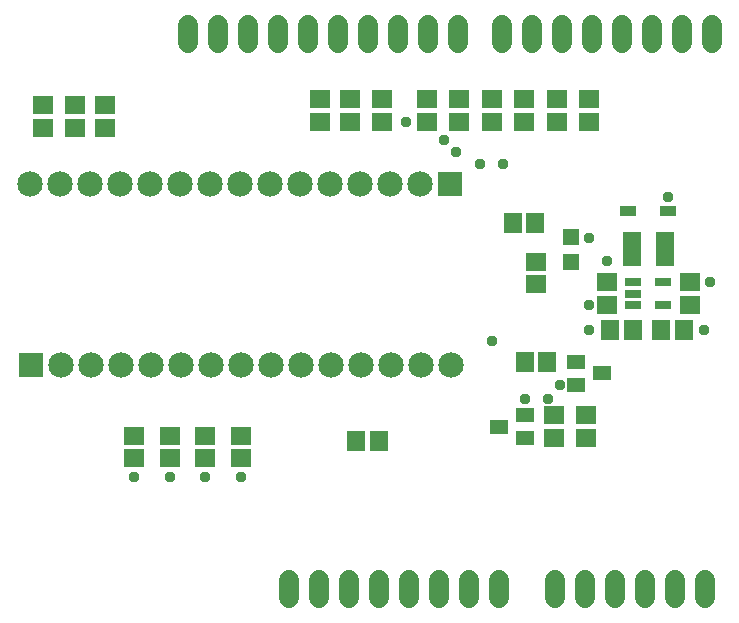
<source format=gts>
G04 EAGLE Gerber RS-274X export*
G75*
%MOMM*%
%FSLAX34Y34*%
%LPD*%
%INSoldermask Top*%
%IPPOS*%
%AMOC8*
5,1,8,0,0,1.08239X$1,22.5*%
G01*
%ADD10R,1.703200X1.503200*%
%ADD11R,1.503200X1.703200*%
%ADD12C,1.727200*%
%ADD13R,2.153200X2.153200*%
%ADD14C,2.153200*%
%ADD15R,1.403200X0.753200*%
%ADD16R,1.603200X1.203200*%
%ADD17R,1.403200X0.953200*%
%ADD18R,1.503200X2.903200*%
%ADD19R,1.403200X1.403200*%
%ADD20C,0.959600*%


D10*
X535000Y425500D03*
X535000Y444500D03*
X507500Y425500D03*
X507500Y444500D03*
X480000Y425500D03*
X480000Y444500D03*
X452500Y425500D03*
X452500Y444500D03*
X425000Y425500D03*
X425000Y444500D03*
X397500Y425500D03*
X397500Y444500D03*
X360000Y425500D03*
X360000Y444500D03*
X332500Y425500D03*
X332500Y444500D03*
X307500Y425500D03*
X307500Y444500D03*
X125000Y420500D03*
X125000Y439500D03*
X100000Y420500D03*
X100000Y439500D03*
X72500Y420500D03*
X72500Y439500D03*
X150000Y159500D03*
X150000Y140500D03*
X180000Y159500D03*
X180000Y140500D03*
X210000Y159500D03*
X210000Y140500D03*
X240000Y159500D03*
X240000Y140500D03*
D11*
X470500Y340000D03*
X489500Y340000D03*
D12*
X638900Y492380D02*
X638900Y507620D01*
X613500Y507620D02*
X613500Y492380D01*
X588100Y492380D02*
X588100Y507620D01*
X562700Y507620D02*
X562700Y492380D01*
X537300Y492380D02*
X537300Y507620D01*
X511900Y507620D02*
X511900Y492380D01*
X486500Y492380D02*
X486500Y507620D01*
X461100Y507620D02*
X461100Y492380D01*
X424300Y492380D02*
X424300Y507620D01*
X398900Y507620D02*
X398900Y492380D01*
X373500Y492380D02*
X373500Y507620D01*
X348100Y507620D02*
X348100Y492380D01*
X322700Y492380D02*
X322700Y507620D01*
X297300Y507620D02*
X297300Y492380D01*
X271900Y492380D02*
X271900Y507620D01*
X246500Y507620D02*
X246500Y492380D01*
X221100Y492380D02*
X221100Y507620D01*
X195700Y507620D02*
X195700Y492380D01*
X506500Y37620D02*
X506500Y22380D01*
X531900Y22380D02*
X531900Y37620D01*
X557300Y37620D02*
X557300Y22380D01*
X582700Y22380D02*
X582700Y37620D01*
X608100Y37620D02*
X608100Y22380D01*
X633500Y22380D02*
X633500Y37620D01*
X458900Y37620D02*
X458900Y22380D01*
X433500Y22380D02*
X433500Y37620D01*
X408100Y37620D02*
X408100Y22380D01*
X382700Y22380D02*
X382700Y37620D01*
X357300Y37620D02*
X357300Y22380D01*
X331900Y22380D02*
X331900Y37620D01*
X306500Y37620D02*
X306500Y22380D01*
X281100Y22380D02*
X281100Y37620D01*
D11*
X480500Y222500D03*
X499500Y222500D03*
X338000Y155000D03*
X357000Y155000D03*
D13*
X417500Y372500D03*
D14*
X392100Y372500D03*
X366700Y372500D03*
X341300Y372500D03*
X315900Y372500D03*
X290500Y372500D03*
X265100Y372500D03*
X239700Y372500D03*
X214300Y372500D03*
X188900Y372500D03*
X163500Y372500D03*
X138100Y372500D03*
X112700Y372500D03*
X87300Y372500D03*
X61900Y372500D03*
D13*
X62500Y220000D03*
D14*
X87900Y220000D03*
X113300Y220000D03*
X138700Y220000D03*
X164100Y220000D03*
X189500Y220000D03*
X214900Y220000D03*
X240300Y220000D03*
X265700Y220000D03*
X291100Y220000D03*
X316500Y220000D03*
X341900Y220000D03*
X367300Y220000D03*
X392700Y220000D03*
X418100Y220000D03*
D15*
X572500Y289500D03*
X572500Y280000D03*
X572500Y270500D03*
X597500Y270500D03*
X597500Y289500D03*
D16*
X546000Y212500D03*
X524000Y203000D03*
X524000Y222000D03*
X459000Y167500D03*
X481000Y177000D03*
X481000Y158000D03*
D10*
X532500Y177000D03*
X532500Y158000D03*
X505000Y158000D03*
X505000Y177000D03*
X550000Y270500D03*
X550000Y289500D03*
X620000Y270500D03*
X620000Y289500D03*
D17*
X602000Y350000D03*
X568000Y350000D03*
D11*
X572000Y249500D03*
X553000Y249500D03*
X615000Y249500D03*
X596000Y249500D03*
D18*
X599000Y317500D03*
X571000Y317500D03*
D19*
X520000Y328000D03*
X520000Y307000D03*
D10*
X490000Y307000D03*
X490000Y288000D03*
D20*
X462500Y390000D03*
X442500Y390000D03*
X422500Y400000D03*
X412500Y410000D03*
X550000Y307500D03*
X535000Y327500D03*
X637500Y290000D03*
X380000Y425000D03*
X632500Y249500D03*
X510000Y202500D03*
X150000Y125000D03*
X180000Y125000D03*
X210000Y125000D03*
X535000Y249500D03*
X481000Y190500D03*
X602000Y362000D03*
X500000Y190500D03*
X535000Y270000D03*
X452500Y240000D03*
X240000Y125000D03*
M02*

</source>
